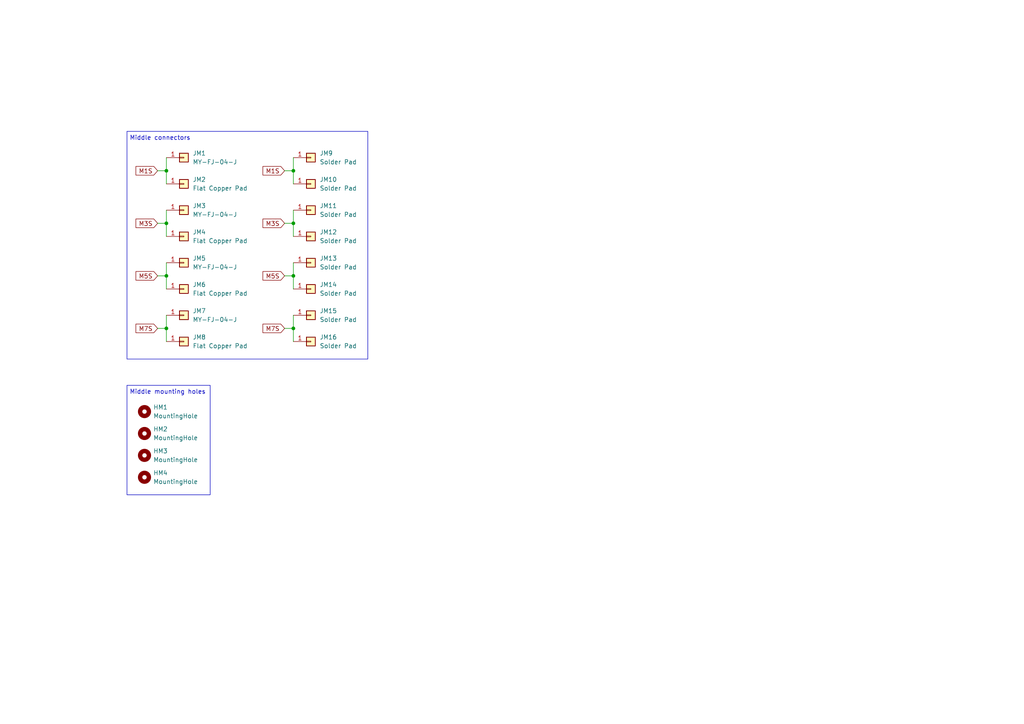
<source format=kicad_sch>
(kicad_sch (version 20231120) (generator "eeschema") (generator_version "8.0")
  (paper "A4")
  (lib_symbols
    (symbol "Connector_Generic:Conn_01x01" (pin_names (offset 1.016) hide)
      (property "Reference" "J" (at 0 2.54 0))
      (property "Value" "Conn_01x01" (at 0 -2.54 0))
      (symbol "Conn_01x01_1_1"
        (rectangle (start -1.27 0.127) (end 0 -0.127) (stroke (width 0.1524)))
        (rectangle (start -1.27 1.27) (end 1.27 -1.27) (stroke (width 0.254)) (fill (type background)))
        (pin passive line (at -5.08 0 0) (length 3.81) (name "Pin_1") (number "1"))
      )
    )
    (symbol "Mechanical:MountingHole" (pin_names (offset 1.016)) (exclude_from_sim yes) (in_bom no)
      (property "Reference" "H" (at 0 5.08 0))
      (property "Value" "MountingHole" (at 0 3.175 0))
      (symbol "MountingHole_0_1"
        (circle (center 0 0) (radius 1.27) (stroke (width 1.27)))
      )
    )
  )
  (junction (at 48.26 49.53))
  (junction (at 48.26 80.01))
  (junction (at 48.26 95.25))
  (junction (at 48.26 64.77))
  (junction (at 85.09 49.53))
  (junction (at 85.09 64.77))
  (junction (at 85.09 95.25))
  (junction (at 85.09 80.01))
  (wire (pts (xy 82.55 95.25) (xy 85.09 95.25)))
  (wire (pts (xy 85.09 80.01) (xy 85.09 83.82)))
  (wire (pts (xy 48.26 45.72) (xy 48.26 49.53)))
  (wire (pts (xy 82.55 49.53) (xy 85.09 49.53)))
  (wire (pts (xy 85.09 95.25) (xy 85.09 99.06)))
  (wire (pts (xy 45.72 64.77) (xy 48.26 64.77)))
  (wire (pts (xy 48.26 76.2) (xy 48.26 80.01)))
  (wire (pts (xy 82.55 80.01) (xy 85.09 80.01)))
  (wire (pts (xy 48.26 49.53) (xy 48.26 53.34)))
  (wire (pts (xy 45.72 49.53) (xy 48.26 49.53)))
  (wire (pts (xy 85.09 60.96) (xy 85.09 64.77)))
  (wire (pts (xy 48.26 68.58) (xy 48.26 64.77)))
  (wire (pts (xy 85.09 76.2) (xy 85.09 80.01)))
  (wire (pts (xy 45.72 80.01) (xy 48.26 80.01)))
  (wire (pts (xy 82.55 64.77) (xy 85.09 64.77)))
  (wire (pts (xy 85.09 49.53) (xy 85.09 53.34)))
  (wire (pts (xy 48.26 60.96) (xy 48.26 64.77)))
  (wire (pts (xy 85.09 64.77) (xy 85.09 68.58)))
  (wire (pts (xy 48.26 99.06) (xy 48.26 95.25)))
  (wire (pts (xy 45.72 95.25) (xy 48.26 95.25)))
  (wire (pts (xy 48.26 80.01) (xy 48.26 83.82)))
  (wire (pts (xy 85.09 91.44) (xy 85.09 95.25)))
  (wire (pts (xy 48.26 91.44) (xy 48.26 95.25)))
  (wire (pts (xy 85.09 45.72) (xy 85.09 49.53)))
  (rectangle (start 36.83 111.76) (end 60.96 143.51))
  (rectangle (start 36.83 38.1) (end 106.68 104.14))
  (text "Middle mounting holes" (at 37.592 113.792 0) (effects (font (size 1.27 1.27)) (justify left)))
  (text "Middle connectors" (at 37.592 40.132 0) (effects (font (size 1.27 1.27)) (justify left)))
  (global_label "M5S" (shape input) (at 45.72 80.01 180) (property "Intersheetrefs" "${INTERSHEET_REFS}" (effects (hide yes))))
  (global_label "M7S" (shape input) (at 45.72 95.25 180) (property "Intersheetrefs" "${INTERSHEET_REFS}" (effects (hide yes))))
  (global_label "M1S" (shape input) (at 45.72 49.53 180) (property "Intersheetrefs" "${INTERSHEET_REFS}" (effects (hide yes))))
  (global_label "M3S" (shape input) (at 45.72 64.77 180) (property "Intersheetrefs" "${INTERSHEET_REFS}" (effects (hide yes))))
  (global_label "M3S" (shape input) (at 82.55 64.77 180) (property "Intersheetrefs" "${INTERSHEET_REFS}" (effects (hide yes))))
  (global_label "M7S" (shape input) (at 82.55 95.25 180) (property "Intersheetrefs" "${INTERSHEET_REFS}" (effects (hide yes))))
  (global_label "M1S" (shape input) (at 82.55 49.53 180) (property "Intersheetrefs" "${INTERSHEET_REFS}" (effects (hide yes))))
  (global_label "M5S" (shape input) (at 82.55 80.01 180) (property "Intersheetrefs" "${INTERSHEET_REFS}" (effects (hide yes))))
  (symbol (lib_id "Mechanical:MountingHole") (at 41.91 132.08 0) (unit 1) (exclude_from_sim yes) (in_bom no)
    (property "Reference" "HM3" (at 44.45 130.8099 0) (effects (justify left)))
    (property "Value" "MountingHole" (at 44.45 133.3499 0) (effects (justify left)))
    (property "Footprint" "MountingHole:MountingHole_3mm" (effects (hide yes)))
    (property "Description" "Mounting Hole without connection" (effects (hide yes)))
  )
  (symbol (lib_id "Connector_Generic:Conn_01x01") (at 53.34 53.34 0) (unit 1) (in_bom no)
    (property "Reference" "JM2" (at 55.88 52.0699 0) (effects (justify left)))
    (property "Value" "Flat Copper Pad" (at 55.88 54.6099 0) (effects (justify left)))
    (property "Footprint" "Battery:li-ion 21700 negative terminal contact" (effects (hide yes)))
    (property "Description" "Generic connector, single row, 01x01, script generated (kicad-library-utils/schlib/autogen/connector/)" (effects (hide yes)))
  )
  (symbol (lib_id "Connector_Generic:Conn_01x01") (at 90.17 60.96 0) (unit 1) (in_bom no)
    (property "Reference" "JM11" (at 92.71 59.6899 0) (effects (justify left)))
    (property "Value" "Solder Pad" (at 92.71 62.2299 0) (effects (justify left)))
    (property "Footprint" "Connector_Wire:SolderWirePad_1x01_SMD_1x2mm" (effects (hide yes)))
    (property "Description" "Generic connector, single row, 01x01, script generated (kicad-library-utils/schlib/autogen/connector/)" (effects (hide yes)))
  )
  (symbol (lib_id "Connector_Generic:Conn_01x01") (at 90.17 91.44 0) (unit 1) (in_bom no)
    (property "Reference" "JM15" (at 92.71 90.1699 0) (effects (justify left)))
    (property "Value" "Solder Pad" (at 92.71 92.7099 0) (effects (justify left)))
    (property "Footprint" "Connector_Wire:SolderWirePad_1x01_SMD_1x2mm" (effects (hide yes)))
    (property "Description" "Generic connector, single row, 01x01, script generated (kicad-library-utils/schlib/autogen/connector/)" (effects (hide yes)))
  )
  (symbol (lib_id "Connector_Generic:Conn_01x01") (at 90.17 53.34 0) (unit 1) (in_bom no)
    (property "Reference" "JM10" (at 92.71 52.0699 0) (effects (justify left)))
    (property "Value" "Solder Pad" (at 92.71 54.6099 0) (effects (justify left)))
    (property "Footprint" "Connector_Wire:SolderWirePad_1x01_SMD_1x2mm" (effects (hide yes)))
    (property "Description" "Generic connector, single row, 01x01, script generated (kicad-library-utils/schlib/autogen/connector/)" (effects (hide yes)))
  )
  (symbol (lib_id "Connector_Generic:Conn_01x01") (at 90.17 99.06 0) (unit 1) (in_bom no)
    (property "Reference" "JM16" (at 92.71 97.7899 0) (effects (justify left)))
    (property "Value" "Solder Pad" (at 92.71 100.3299 0) (effects (justify left)))
    (property "Footprint" "Connector_Wire:SolderWirePad_1x01_SMD_1x2mm" (effects (hide yes)))
    (property "Description" "Generic connector, single row, 01x01, script generated (kicad-library-utils/schlib/autogen/connector/)" (effects (hide yes)))
  )
  (symbol (lib_id "Connector_Generic:Conn_01x01") (at 53.34 76.2 0) (unit 1) (in_bom no)
    (property "Reference" "JM5" (at 55.88 74.9299 0) (effects (justify left)))
    (property "Value" "MY-FJ-04-J" (at 55.88 77.4699 0) (effects (justify left)))
    (property "Footprint" "Battery:li-ion 21700 positive terminal contact" (effects (hide yes)))
    (property "Datasheet" "https://jlcpcb.com/partdetail/Myoung-MY_FJ_04J/C5457115" (effects (hide yes)))
    (property "Description" "Generic connector, single row, 01x01, script generated (kicad-library-utils/schlib/autogen/connector/)" (effects (hide yes)))
    (property "LCSC Part" "C5457115" (effects (hide yes)))
  )
  (symbol (lib_id "Connector_Generic:Conn_01x01") (at 90.17 76.2 0) (unit 1) (in_bom no)
    (property "Reference" "JM13" (at 92.71 74.9299 0) (effects (justify left)))
    (property "Value" "Solder Pad" (at 92.71 77.4699 0) (effects (justify left)))
    (property "Footprint" "Connector_Wire:SolderWirePad_1x01_SMD_1x2mm" (effects (hide yes)))
    (property "Description" "Generic connector, single row, 01x01, script generated (kicad-library-utils/schlib/autogen/connector/)" (effects (hide yes)))
  )
  (symbol (lib_id "Connector_Generic:Conn_01x01") (at 53.34 83.82 0) (unit 1) (in_bom no)
    (property "Reference" "JM6" (at 55.88 82.5499 0) (effects (justify left)))
    (property "Value" "Flat Copper Pad" (at 55.88 85.0899 0) (effects (justify left)))
    (property "Footprint" "Battery:li-ion 21700 negative terminal contact" (effects (hide yes)))
    (property "Description" "Generic connector, single row, 01x01, script generated (kicad-library-utils/schlib/autogen/connector/)" (effects (hide yes)))
  )
  (symbol (lib_id "Connector_Generic:Conn_01x01") (at 53.34 91.44 0) (unit 1) (in_bom no)
    (property "Reference" "JM7" (at 55.88 90.1699 0) (effects (justify left)))
    (property "Value" "MY-FJ-04-J" (at 55.88 92.7099 0) (effects (justify left)))
    (property "Footprint" "Battery:li-ion 21700 positive terminal contact" (effects (hide yes)))
    (property "Datasheet" "https://jlcpcb.com/partdetail/Myoung-MY_FJ_04J/C5457115" (effects (hide yes)))
    (property "Description" "Generic connector, single row, 01x01, script generated (kicad-library-utils/schlib/autogen/connector/)" (effects (hide yes)))
    (property "LCSC Part" "C5457115" (effects (hide yes)))
  )
  (symbol (lib_id "Connector_Generic:Conn_01x01") (at 53.34 68.58 0) (unit 1) (in_bom no)
    (property "Reference" "JM4" (at 55.88 67.3099 0) (effects (justify left)))
    (property "Value" "Flat Copper Pad" (at 55.88 69.8499 0) (effects (justify left)))
    (property "Footprint" "Battery:li-ion 21700 negative terminal contact" (effects (hide yes)))
    (property "Description" "Generic connector, single row, 01x01, script generated (kicad-library-utils/schlib/autogen/connector/)" (effects (hide yes)))
  )
  (symbol (lib_id "Connector_Generic:Conn_01x01") (at 90.17 68.58 0) (unit 1) (in_bom no)
    (property "Reference" "JM12" (at 92.71 67.3099 0) (effects (justify left)))
    (property "Value" "Solder Pad" (at 92.71 69.8499 0) (effects (justify left)))
    (property "Footprint" "Connector_Wire:SolderWirePad_1x01_SMD_1x2mm" (effects (hide yes)))
    (property "Description" "Generic connector, single row, 01x01, script generated (kicad-library-utils/schlib/autogen/connector/)" (effects (hide yes)))
  )
  (symbol (lib_id "Mechanical:MountingHole") (at 41.91 125.73 0) (unit 1) (exclude_from_sim yes) (in_bom no)
    (property "Reference" "HM2" (at 44.45 124.4599 0) (effects (justify left)))
    (property "Value" "MountingHole" (at 44.45 126.9999 0) (effects (justify left)))
    (property "Footprint" "MountingHole:MountingHole_3mm" (effects (hide yes)))
    (property "Description" "Mounting Hole without connection" (effects (hide yes)))
  )
  (symbol (lib_id "Mechanical:MountingHole") (at 41.91 138.43 0) (unit 1) (exclude_from_sim yes) (in_bom no)
    (property "Reference" "HM4" (at 44.45 137.1599 0) (effects (justify left)))
    (property "Value" "MountingHole" (at 44.45 139.6999 0) (effects (justify left)))
    (property "Footprint" "MountingHole:MountingHole_3mm" (effects (hide yes)))
    (property "Description" "Mounting Hole without connection" (effects (hide yes)))
  )
  (symbol (lib_id "Connector_Generic:Conn_01x01") (at 90.17 83.82 0) (unit 1) (in_bom no)
    (property "Reference" "JM14" (at 92.71 82.5499 0) (effects (justify left)))
    (property "Value" "Solder Pad" (at 92.71 85.0899 0) (effects (justify left)))
    (property "Footprint" "Connector_Wire:SolderWirePad_1x01_SMD_1x2mm" (effects (hide yes)))
    (property "Description" "Generic connector, single row, 01x01, script generated (kicad-library-utils/schlib/autogen/connector/)" (effects (hide yes)))
  )
  (symbol (lib_id "Connector_Generic:Conn_01x01") (at 53.34 45.72 0) (unit 1) (in_bom no)
    (property "Reference" "JM1" (at 55.88 44.4499 0) (effects (justify left)))
    (property "Value" "MY-FJ-04-J" (at 55.88 46.9899 0) (effects (justify left)))
    (property "Footprint" "Battery:li-ion 21700 positive terminal contact" (effects (hide yes)))
    (property "Datasheet" "https://jlcpcb.com/partdetail/Myoung-MY_FJ_04J/C5457115" (effects (hide yes)))
    (property "Description" "Generic connector, single row, 01x01, script generated (kicad-library-utils/schlib/autogen/connector/)" (effects (hide yes)))
    (property "LCSC Part" "C5457115" (effects (hide yes)))
  )
  (symbol (lib_id "Connector_Generic:Conn_01x01") (at 90.17 45.72 0) (unit 1) (in_bom no)
    (property "Reference" "JM9" (at 92.71 44.4499 0) (effects (justify left)))
    (property "Value" "Solder Pad" (at 92.71 46.9899 0) (effects (justify left)))
    (property "Footprint" "Connector_Wire:SolderWirePad_1x01_SMD_1x2mm" (effects (hide yes)))
    (property "Description" "Generic connector, single row, 01x01, script generated (kicad-library-utils/schlib/autogen/connector/)" (effects (hide yes)))
  )
  (symbol (lib_id "Mechanical:MountingHole") (at 41.91 119.38 0) (unit 1) (exclude_from_sim yes) (in_bom no)
    (property "Reference" "HM1" (at 44.45 118.1099 0) (effects (justify left)))
    (property "Value" "MountingHole" (at 44.45 120.6499 0) (effects (justify left)))
    (property "Footprint" "MountingHole:MountingHole_3mm" (effects (hide yes)))
    (property "Description" "Mounting Hole without connection" (effects (hide yes)))
  )
  (symbol (lib_id "Connector_Generic:Conn_01x01") (at 53.34 99.06 0) (unit 1) (in_bom no)
    (property "Reference" "JM8" (at 55.88 97.7899 0) (effects (justify left)))
    (property "Value" "Flat Copper Pad" (at 55.88 100.3299 0) (effects (justify left)))
    (property "Footprint" "Battery:li-ion 21700 negative terminal contact" (effects (hide yes)))
    (property "Description" "Generic connector, single row, 01x01, script generated (kicad-library-utils/schlib/autogen/connector/)" (effects (hide yes)))
  )
  (symbol (lib_id "Connector_Generic:Conn_01x01") (at 53.34 60.96 0) (unit 1) (in_bom no)
    (property "Reference" "JM3" (at 55.88 59.6899 0) (effects (justify left)))
    (property "Value" "MY-FJ-04-J" (at 55.88 62.2299 0) (effects (justify left)))
    (property "Footprint" "Battery:li-ion 21700 positive terminal contact" (effects (hide yes)))
    (property "Datasheet" "https://jlcpcb.com/partdetail/Myoung-MY_FJ_04J/C5457115" (effects (hide yes)))
    (property "Description" "Generic connector, single row, 01x01, script generated (kicad-library-utils/schlib/autogen/connector/)" (effects (hide yes)))
    (property "LCSC Part" "C5457115" (effects (hide yes)))
  )
)
</source>
